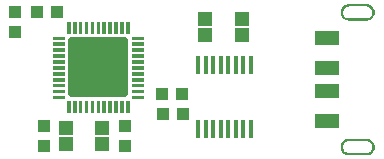
<source format=gbr>
G04 EAGLE Gerber RS-274X export*
G75*
%MOMM*%
%FSLAX34Y34*%
%LPD*%
%INSolderpaste Top*%
%IPPOS*%
%AMOC8*
5,1,8,0,0,1.08239X$1,22.5*%
G01*
%ADD10R,1.100000X1.000000*%
%ADD11R,1.000000X1.100000*%
%ADD12C,0.508000*%
%ADD13C,0.075000*%
%ADD14R,1.300000X1.200000*%
%ADD15R,0.350000X1.550000*%
%ADD16R,2.000000X1.200000*%

G36*
X1264100Y459995D02*
X1264100Y459995D01*
X1264101Y459995D01*
X1265466Y460130D01*
X1265467Y460130D01*
X1266780Y460528D01*
X1266781Y460529D01*
X1266781Y460528D01*
X1267991Y461175D01*
X1267992Y461176D01*
X1269053Y462046D01*
X1269053Y462047D01*
X1269054Y462047D01*
X1269924Y463108D01*
X1269924Y463109D01*
X1269925Y463109D01*
X1270572Y464319D01*
X1270571Y464320D01*
X1270572Y464320D01*
X1270970Y465633D01*
X1270970Y465634D01*
X1271105Y467000D01*
X1271105Y467001D01*
X1270970Y468366D01*
X1270970Y468367D01*
X1270572Y469680D01*
X1270571Y469681D01*
X1270572Y469681D01*
X1269925Y470891D01*
X1269924Y470892D01*
X1269054Y471953D01*
X1269053Y471953D01*
X1269053Y471954D01*
X1267992Y472824D01*
X1267991Y472824D01*
X1267991Y472825D01*
X1266781Y473472D01*
X1266780Y473471D01*
X1266780Y473472D01*
X1265467Y473870D01*
X1265466Y473870D01*
X1264101Y474005D01*
X1264100Y474005D01*
X1249100Y474005D01*
X1247734Y473870D01*
X1247733Y473870D01*
X1246420Y473472D01*
X1246419Y473471D01*
X1246419Y473472D01*
X1245209Y472825D01*
X1245208Y472824D01*
X1244147Y471954D01*
X1244147Y471953D01*
X1244146Y471953D01*
X1243276Y470892D01*
X1243276Y470891D01*
X1243275Y470891D01*
X1242628Y469681D01*
X1242629Y469680D01*
X1242628Y469680D01*
X1242230Y468367D01*
X1242230Y468366D01*
X1242095Y467001D01*
X1242095Y467000D01*
X1242230Y465634D01*
X1242230Y465633D01*
X1242628Y464320D01*
X1242629Y464319D01*
X1242628Y464319D01*
X1243275Y463109D01*
X1243276Y463108D01*
X1244146Y462047D01*
X1244147Y462047D01*
X1244147Y462046D01*
X1245208Y461176D01*
X1245209Y461176D01*
X1245209Y461175D01*
X1246419Y460528D01*
X1246420Y460529D01*
X1246420Y460528D01*
X1247733Y460130D01*
X1247734Y460130D01*
X1249100Y459995D01*
X1264100Y459995D01*
X1264100Y459995D01*
G37*
G36*
X1264100Y345995D02*
X1264100Y345995D01*
X1264101Y345995D01*
X1265466Y346130D01*
X1265467Y346130D01*
X1266780Y346528D01*
X1266781Y346529D01*
X1266781Y346528D01*
X1267991Y347175D01*
X1267992Y347176D01*
X1269053Y348046D01*
X1269053Y348047D01*
X1269054Y348047D01*
X1269924Y349108D01*
X1269924Y349109D01*
X1269925Y349109D01*
X1270572Y350319D01*
X1270571Y350320D01*
X1270572Y350320D01*
X1270970Y351633D01*
X1270970Y351634D01*
X1271105Y353000D01*
X1271105Y353001D01*
X1270970Y354366D01*
X1270970Y354367D01*
X1270572Y355680D01*
X1270571Y355681D01*
X1270572Y355681D01*
X1269925Y356891D01*
X1269924Y356892D01*
X1269054Y357953D01*
X1269053Y357953D01*
X1269053Y357954D01*
X1267992Y358824D01*
X1267991Y358824D01*
X1267991Y358825D01*
X1266781Y359472D01*
X1266780Y359471D01*
X1266780Y359472D01*
X1265467Y359870D01*
X1265466Y359870D01*
X1264101Y360005D01*
X1264100Y360005D01*
X1249100Y360005D01*
X1247734Y359870D01*
X1247733Y359870D01*
X1246420Y359472D01*
X1246419Y359471D01*
X1246419Y359472D01*
X1245209Y358825D01*
X1245208Y358824D01*
X1244147Y357954D01*
X1244147Y357953D01*
X1244146Y357953D01*
X1243276Y356892D01*
X1243276Y356891D01*
X1243275Y356891D01*
X1242628Y355681D01*
X1242629Y355680D01*
X1242628Y355680D01*
X1242230Y354367D01*
X1242230Y354366D01*
X1242095Y353001D01*
X1242095Y353000D01*
X1242230Y351634D01*
X1242230Y351633D01*
X1242628Y350320D01*
X1242629Y350319D01*
X1242628Y350319D01*
X1243275Y349109D01*
X1243276Y349108D01*
X1244146Y348047D01*
X1244147Y348047D01*
X1244147Y348046D01*
X1245208Y347176D01*
X1245209Y347176D01*
X1245209Y347175D01*
X1246419Y346528D01*
X1246420Y346529D01*
X1246420Y346528D01*
X1247733Y346130D01*
X1247734Y346130D01*
X1249100Y345995D01*
X1264100Y345995D01*
X1264100Y345995D01*
G37*
%LPC*%
G36*
X1249100Y462005D02*
X1249100Y462005D01*
X1247989Y462130D01*
X1246933Y462500D01*
X1245986Y463095D01*
X1245195Y463886D01*
X1244600Y464833D01*
X1244230Y465889D01*
X1244105Y467000D01*
X1244106Y467009D01*
X1244107Y467014D01*
X1244107Y467019D01*
X1244108Y467024D01*
X1244108Y467029D01*
X1244109Y467034D01*
X1244109Y467039D01*
X1244110Y467044D01*
X1244111Y467049D01*
X1244113Y467074D01*
X1244114Y467079D01*
X1244114Y467084D01*
X1244115Y467089D01*
X1244116Y467094D01*
X1244116Y467099D01*
X1244117Y467104D01*
X1244117Y467109D01*
X1244120Y467133D01*
X1244120Y467134D01*
X1244121Y467138D01*
X1244121Y467139D01*
X1244121Y467143D01*
X1244122Y467148D01*
X1244122Y467153D01*
X1244123Y467158D01*
X1244123Y467163D01*
X1244124Y467168D01*
X1244127Y467193D01*
X1244127Y467198D01*
X1244128Y467203D01*
X1244128Y467208D01*
X1244129Y467213D01*
X1244130Y467218D01*
X1244130Y467223D01*
X1244131Y467228D01*
X1244133Y467253D01*
X1244134Y467253D01*
X1244134Y467258D01*
X1244135Y467263D01*
X1244135Y467268D01*
X1244136Y467273D01*
X1244136Y467278D01*
X1244137Y467283D01*
X1244137Y467288D01*
X1244138Y467292D01*
X1244138Y467293D01*
X1244140Y467312D01*
X1244141Y467317D01*
X1244141Y467322D01*
X1244142Y467327D01*
X1244142Y467332D01*
X1244143Y467337D01*
X1244144Y467342D01*
X1244144Y467347D01*
X1244145Y467352D01*
X1244147Y467372D01*
X1244147Y467377D01*
X1244148Y467377D01*
X1244147Y467377D01*
X1244148Y467382D01*
X1244149Y467387D01*
X1244149Y467392D01*
X1244150Y467397D01*
X1244150Y467402D01*
X1244151Y467407D01*
X1244151Y467412D01*
X1244154Y467432D01*
X1244154Y467437D01*
X1244155Y467442D01*
X1244155Y467447D01*
X1244156Y467451D01*
X1244156Y467452D01*
X1244156Y467456D01*
X1244156Y467457D01*
X1244157Y467461D01*
X1244158Y467466D01*
X1244158Y467471D01*
X1244160Y467491D01*
X1244161Y467496D01*
X1244161Y467501D01*
X1244162Y467501D01*
X1244161Y467501D01*
X1244162Y467506D01*
X1244163Y467511D01*
X1244163Y467516D01*
X1244164Y467521D01*
X1244164Y467526D01*
X1244165Y467531D01*
X1244167Y467551D01*
X1244168Y467556D01*
X1244168Y467561D01*
X1244169Y467566D01*
X1244169Y467571D01*
X1244170Y467576D01*
X1244170Y467581D01*
X1244171Y467586D01*
X1244172Y467591D01*
X1244174Y467610D01*
X1244174Y467611D01*
X1244174Y467615D01*
X1244174Y467616D01*
X1244175Y467620D01*
X1244175Y467625D01*
X1244176Y467625D01*
X1244175Y467625D01*
X1244176Y467630D01*
X1244177Y467635D01*
X1244177Y467640D01*
X1244178Y467645D01*
X1244178Y467650D01*
X1244181Y467670D01*
X1244181Y467675D01*
X1244182Y467680D01*
X1244182Y467685D01*
X1244183Y467690D01*
X1244183Y467695D01*
X1244184Y467700D01*
X1244184Y467705D01*
X1244185Y467710D01*
X1244187Y467730D01*
X1244188Y467735D01*
X1244188Y467740D01*
X1244189Y467745D01*
X1244189Y467750D01*
X1244190Y467750D01*
X1244189Y467750D01*
X1244190Y467755D01*
X1244191Y467760D01*
X1244191Y467765D01*
X1244192Y467769D01*
X1244192Y467770D01*
X1244195Y467794D01*
X1244195Y467799D01*
X1244196Y467804D01*
X1244196Y467809D01*
X1244197Y467814D01*
X1244197Y467819D01*
X1244198Y467824D01*
X1244198Y467829D01*
X1244201Y467854D01*
X1244202Y467859D01*
X1244202Y467864D01*
X1244203Y467869D01*
X1244203Y467874D01*
X1244204Y467874D01*
X1244203Y467874D01*
X1244204Y467879D01*
X1244205Y467884D01*
X1244205Y467889D01*
X1244208Y467914D01*
X1244209Y467919D01*
X1244209Y467924D01*
X1244210Y467928D01*
X1244210Y467929D01*
X1244210Y467933D01*
X1244210Y467934D01*
X1244211Y467938D01*
X1244211Y467943D01*
X1244212Y467948D01*
X1244212Y467953D01*
X1244215Y467973D01*
X1244215Y467978D01*
X1244216Y467983D01*
X1244216Y467988D01*
X1244217Y467993D01*
X1244217Y467998D01*
X1244218Y467998D01*
X1244217Y467998D01*
X1244218Y468003D01*
X1244219Y468008D01*
X1244219Y468013D01*
X1244221Y468033D01*
X1244222Y468038D01*
X1244223Y468043D01*
X1244223Y468048D01*
X1244224Y468053D01*
X1244224Y468058D01*
X1244225Y468063D01*
X1244225Y468068D01*
X1244226Y468073D01*
X1244228Y468092D01*
X1244228Y468093D01*
X1244229Y468097D01*
X1244229Y468102D01*
X1244230Y468107D01*
X1244230Y468111D01*
X1244600Y469167D01*
X1245195Y470114D01*
X1245986Y470905D01*
X1246933Y471500D01*
X1247989Y471870D01*
X1249100Y471995D01*
X1264100Y471995D01*
X1265211Y471870D01*
X1266267Y471500D01*
X1267214Y470905D01*
X1268005Y470114D01*
X1268600Y469167D01*
X1268970Y468111D01*
X1269095Y467000D01*
X1269095Y466997D01*
X1269094Y466992D01*
X1269094Y466987D01*
X1269093Y466987D01*
X1269094Y466987D01*
X1269093Y466982D01*
X1269092Y466977D01*
X1269092Y466972D01*
X1269091Y466967D01*
X1269089Y466947D01*
X1269088Y466942D01*
X1269088Y466937D01*
X1269087Y466932D01*
X1269087Y466927D01*
X1269086Y466922D01*
X1269086Y466917D01*
X1269085Y466912D01*
X1269085Y466907D01*
X1269082Y466887D01*
X1269082Y466882D01*
X1269081Y466877D01*
X1269081Y466872D01*
X1269080Y466867D01*
X1269080Y466862D01*
X1269079Y466862D01*
X1269080Y466862D01*
X1269079Y466858D01*
X1269079Y466857D01*
X1269078Y466853D01*
X1269078Y466852D01*
X1269078Y466848D01*
X1269076Y466828D01*
X1269075Y466823D01*
X1269074Y466818D01*
X1269074Y466813D01*
X1269073Y466808D01*
X1269073Y466803D01*
X1269072Y466798D01*
X1269072Y466793D01*
X1269071Y466788D01*
X1269068Y466763D01*
X1269068Y466758D01*
X1269067Y466753D01*
X1269067Y466748D01*
X1269066Y466743D01*
X1269066Y466738D01*
X1269065Y466738D01*
X1269066Y466738D01*
X1269065Y466733D01*
X1269064Y466728D01*
X1269062Y466703D01*
X1269061Y466699D01*
X1269061Y466698D01*
X1269060Y466694D01*
X1269060Y466693D01*
X1269060Y466689D01*
X1269059Y466684D01*
X1269059Y466679D01*
X1269058Y466674D01*
X1269058Y466669D01*
X1269055Y466644D01*
X1269054Y466639D01*
X1269054Y466634D01*
X1269053Y466629D01*
X1269053Y466624D01*
X1269052Y466619D01*
X1269052Y466614D01*
X1269051Y466614D01*
X1269052Y466614D01*
X1269051Y466609D01*
X1269048Y466584D01*
X1269048Y466579D01*
X1269047Y466574D01*
X1269046Y466569D01*
X1269046Y466564D01*
X1269045Y466559D01*
X1269045Y466554D01*
X1269044Y466549D01*
X1269044Y466544D01*
X1269041Y466525D01*
X1269041Y466520D01*
X1269040Y466515D01*
X1269040Y466510D01*
X1269039Y466505D01*
X1269039Y466500D01*
X1269038Y466495D01*
X1269038Y466490D01*
X1269037Y466490D01*
X1269038Y466490D01*
X1269037Y466485D01*
X1269035Y466465D01*
X1269034Y466460D01*
X1269034Y466455D01*
X1269033Y466450D01*
X1269032Y466445D01*
X1269032Y466440D01*
X1269031Y466435D01*
X1269031Y466430D01*
X1269030Y466425D01*
X1269028Y466405D01*
X1269027Y466400D01*
X1269027Y466395D01*
X1269026Y466390D01*
X1269026Y466385D01*
X1269025Y466381D01*
X1269025Y466380D01*
X1269025Y466376D01*
X1269025Y466375D01*
X1269024Y466371D01*
X1269024Y466366D01*
X1269023Y466366D01*
X1269024Y466366D01*
X1269021Y466346D01*
X1269021Y466341D01*
X1269020Y466336D01*
X1269020Y466331D01*
X1269019Y466326D01*
X1269018Y466321D01*
X1269018Y466316D01*
X1269017Y466311D01*
X1269017Y466306D01*
X1269015Y466286D01*
X1269014Y466281D01*
X1269013Y466276D01*
X1269013Y466271D01*
X1269012Y466266D01*
X1269012Y466261D01*
X1269011Y466256D01*
X1269011Y466251D01*
X1269010Y466246D01*
X1269008Y466226D01*
X1269007Y466222D01*
X1269007Y466221D01*
X1269007Y466217D01*
X1269007Y466216D01*
X1269006Y466212D01*
X1269006Y466207D01*
X1269005Y466202D01*
X1269004Y466197D01*
X1269004Y466192D01*
X1269003Y466187D01*
X1269001Y466167D01*
X1269001Y466162D01*
X1269000Y466157D01*
X1268999Y466152D01*
X1268999Y466147D01*
X1268998Y466142D01*
X1268998Y466137D01*
X1268997Y466132D01*
X1268997Y466127D01*
X1268994Y466107D01*
X1268994Y466102D01*
X1268993Y466097D01*
X1268993Y466092D01*
X1268992Y466087D01*
X1268992Y466082D01*
X1268991Y466077D01*
X1268990Y466072D01*
X1268990Y466067D01*
X1268987Y466043D01*
X1268987Y466038D01*
X1268986Y466033D01*
X1268985Y466028D01*
X1268985Y466023D01*
X1268984Y466018D01*
X1268984Y466013D01*
X1268983Y466008D01*
X1268980Y465983D01*
X1268980Y465978D01*
X1268979Y465973D01*
X1268979Y465968D01*
X1268978Y465963D01*
X1268978Y465958D01*
X1268977Y465953D01*
X1268976Y465948D01*
X1268974Y465923D01*
X1268973Y465918D01*
X1268973Y465913D01*
X1268972Y465908D01*
X1268971Y465904D01*
X1268971Y465903D01*
X1268971Y465899D01*
X1268971Y465898D01*
X1268970Y465894D01*
X1268970Y465889D01*
X1268600Y464833D01*
X1268005Y463886D01*
X1267214Y463095D01*
X1266267Y462500D01*
X1265211Y462130D01*
X1264100Y462005D01*
X1249100Y462005D01*
G37*
%LPD*%
%LPC*%
G36*
X1249100Y348005D02*
X1249100Y348005D01*
X1247989Y348130D01*
X1246933Y348500D01*
X1245986Y349095D01*
X1245195Y349886D01*
X1244600Y350833D01*
X1244230Y351889D01*
X1244105Y353000D01*
X1244106Y353009D01*
X1244107Y353014D01*
X1244107Y353019D01*
X1244108Y353024D01*
X1244108Y353029D01*
X1244109Y353034D01*
X1244109Y353039D01*
X1244110Y353044D01*
X1244111Y353049D01*
X1244113Y353074D01*
X1244114Y353079D01*
X1244114Y353084D01*
X1244115Y353089D01*
X1244116Y353094D01*
X1244116Y353099D01*
X1244117Y353104D01*
X1244117Y353109D01*
X1244120Y353133D01*
X1244120Y353134D01*
X1244121Y353138D01*
X1244121Y353139D01*
X1244121Y353143D01*
X1244122Y353148D01*
X1244122Y353153D01*
X1244123Y353158D01*
X1244123Y353163D01*
X1244124Y353168D01*
X1244127Y353193D01*
X1244127Y353198D01*
X1244128Y353203D01*
X1244128Y353208D01*
X1244129Y353213D01*
X1244130Y353218D01*
X1244130Y353223D01*
X1244131Y353228D01*
X1244133Y353253D01*
X1244134Y353253D01*
X1244134Y353258D01*
X1244135Y353263D01*
X1244135Y353268D01*
X1244136Y353273D01*
X1244136Y353278D01*
X1244137Y353283D01*
X1244137Y353288D01*
X1244138Y353292D01*
X1244138Y353293D01*
X1244140Y353312D01*
X1244141Y353317D01*
X1244141Y353322D01*
X1244142Y353327D01*
X1244142Y353332D01*
X1244143Y353337D01*
X1244144Y353342D01*
X1244144Y353347D01*
X1244145Y353352D01*
X1244147Y353372D01*
X1244147Y353377D01*
X1244148Y353377D01*
X1244147Y353377D01*
X1244148Y353382D01*
X1244149Y353387D01*
X1244149Y353392D01*
X1244150Y353397D01*
X1244150Y353402D01*
X1244151Y353407D01*
X1244151Y353412D01*
X1244154Y353432D01*
X1244154Y353437D01*
X1244155Y353442D01*
X1244155Y353447D01*
X1244156Y353451D01*
X1244156Y353452D01*
X1244156Y353456D01*
X1244156Y353457D01*
X1244157Y353461D01*
X1244158Y353466D01*
X1244158Y353471D01*
X1244160Y353491D01*
X1244161Y353496D01*
X1244161Y353501D01*
X1244162Y353501D01*
X1244161Y353501D01*
X1244162Y353506D01*
X1244163Y353511D01*
X1244163Y353516D01*
X1244164Y353521D01*
X1244164Y353526D01*
X1244165Y353531D01*
X1244167Y353551D01*
X1244168Y353556D01*
X1244168Y353561D01*
X1244169Y353566D01*
X1244169Y353571D01*
X1244170Y353576D01*
X1244170Y353581D01*
X1244171Y353586D01*
X1244172Y353591D01*
X1244174Y353610D01*
X1244174Y353611D01*
X1244174Y353615D01*
X1244174Y353616D01*
X1244175Y353620D01*
X1244175Y353625D01*
X1244176Y353625D01*
X1244175Y353625D01*
X1244176Y353630D01*
X1244177Y353635D01*
X1244177Y353640D01*
X1244178Y353645D01*
X1244178Y353650D01*
X1244181Y353670D01*
X1244181Y353675D01*
X1244182Y353680D01*
X1244182Y353685D01*
X1244183Y353690D01*
X1244183Y353695D01*
X1244184Y353700D01*
X1244184Y353705D01*
X1244185Y353710D01*
X1244187Y353730D01*
X1244188Y353735D01*
X1244188Y353740D01*
X1244189Y353745D01*
X1244189Y353750D01*
X1244190Y353750D01*
X1244189Y353750D01*
X1244190Y353755D01*
X1244191Y353760D01*
X1244191Y353765D01*
X1244192Y353769D01*
X1244192Y353770D01*
X1244195Y353794D01*
X1244195Y353799D01*
X1244196Y353804D01*
X1244196Y353809D01*
X1244197Y353814D01*
X1244197Y353819D01*
X1244198Y353824D01*
X1244198Y353829D01*
X1244201Y353854D01*
X1244202Y353859D01*
X1244202Y353864D01*
X1244203Y353869D01*
X1244203Y353874D01*
X1244204Y353874D01*
X1244203Y353874D01*
X1244204Y353879D01*
X1244205Y353884D01*
X1244205Y353889D01*
X1244208Y353914D01*
X1244209Y353919D01*
X1244209Y353924D01*
X1244210Y353928D01*
X1244210Y353929D01*
X1244210Y353933D01*
X1244210Y353934D01*
X1244211Y353938D01*
X1244211Y353943D01*
X1244212Y353948D01*
X1244212Y353953D01*
X1244215Y353973D01*
X1244215Y353978D01*
X1244216Y353983D01*
X1244216Y353988D01*
X1244217Y353993D01*
X1244217Y353998D01*
X1244218Y353998D01*
X1244217Y353998D01*
X1244218Y354003D01*
X1244219Y354008D01*
X1244219Y354013D01*
X1244221Y354033D01*
X1244222Y354038D01*
X1244223Y354043D01*
X1244223Y354048D01*
X1244224Y354053D01*
X1244224Y354058D01*
X1244225Y354063D01*
X1244225Y354068D01*
X1244226Y354073D01*
X1244228Y354092D01*
X1244228Y354093D01*
X1244229Y354097D01*
X1244229Y354102D01*
X1244230Y354107D01*
X1244230Y354111D01*
X1244600Y355167D01*
X1245195Y356114D01*
X1245986Y356905D01*
X1246933Y357500D01*
X1247989Y357870D01*
X1249100Y357995D01*
X1264100Y357995D01*
X1265211Y357870D01*
X1266267Y357500D01*
X1267214Y356905D01*
X1268005Y356114D01*
X1268600Y355167D01*
X1268970Y354111D01*
X1269095Y353000D01*
X1269095Y352997D01*
X1269094Y352992D01*
X1269094Y352987D01*
X1269093Y352987D01*
X1269094Y352987D01*
X1269093Y352982D01*
X1269092Y352977D01*
X1269092Y352972D01*
X1269091Y352967D01*
X1269089Y352947D01*
X1269088Y352942D01*
X1269088Y352937D01*
X1269087Y352932D01*
X1269087Y352927D01*
X1269086Y352922D01*
X1269086Y352917D01*
X1269085Y352912D01*
X1269085Y352907D01*
X1269082Y352887D01*
X1269082Y352882D01*
X1269081Y352877D01*
X1269081Y352872D01*
X1269080Y352867D01*
X1269080Y352862D01*
X1269079Y352862D01*
X1269080Y352862D01*
X1269079Y352858D01*
X1269079Y352857D01*
X1269078Y352853D01*
X1269078Y352852D01*
X1269078Y352848D01*
X1269076Y352828D01*
X1269075Y352823D01*
X1269074Y352818D01*
X1269074Y352813D01*
X1269073Y352808D01*
X1269073Y352803D01*
X1269072Y352798D01*
X1269072Y352793D01*
X1269071Y352788D01*
X1269068Y352763D01*
X1269068Y352758D01*
X1269067Y352753D01*
X1269067Y352748D01*
X1269066Y352743D01*
X1269066Y352738D01*
X1269065Y352738D01*
X1269066Y352738D01*
X1269065Y352733D01*
X1269064Y352728D01*
X1269062Y352703D01*
X1269061Y352699D01*
X1269061Y352698D01*
X1269060Y352694D01*
X1269060Y352693D01*
X1269060Y352689D01*
X1269059Y352684D01*
X1269059Y352679D01*
X1269058Y352674D01*
X1269058Y352669D01*
X1269055Y352644D01*
X1269054Y352639D01*
X1269054Y352634D01*
X1269053Y352629D01*
X1269053Y352624D01*
X1269052Y352619D01*
X1269052Y352614D01*
X1269051Y352614D01*
X1269052Y352614D01*
X1269051Y352609D01*
X1269048Y352584D01*
X1269048Y352579D01*
X1269047Y352574D01*
X1269046Y352569D01*
X1269046Y352564D01*
X1269045Y352559D01*
X1269045Y352554D01*
X1269044Y352549D01*
X1269044Y352544D01*
X1269041Y352525D01*
X1269041Y352520D01*
X1269040Y352515D01*
X1269040Y352510D01*
X1269039Y352505D01*
X1269039Y352500D01*
X1269038Y352495D01*
X1269038Y352490D01*
X1269037Y352490D01*
X1269038Y352490D01*
X1269037Y352485D01*
X1269035Y352465D01*
X1269034Y352460D01*
X1269034Y352455D01*
X1269033Y352450D01*
X1269032Y352445D01*
X1269032Y352440D01*
X1269031Y352435D01*
X1269031Y352430D01*
X1269030Y352425D01*
X1269028Y352405D01*
X1269027Y352400D01*
X1269027Y352395D01*
X1269026Y352390D01*
X1269026Y352385D01*
X1269025Y352381D01*
X1269025Y352380D01*
X1269025Y352376D01*
X1269025Y352375D01*
X1269024Y352371D01*
X1269024Y352366D01*
X1269023Y352366D01*
X1269024Y352366D01*
X1269021Y352346D01*
X1269021Y352341D01*
X1269020Y352336D01*
X1269020Y352331D01*
X1269019Y352326D01*
X1269018Y352321D01*
X1269018Y352316D01*
X1269017Y352311D01*
X1269017Y352306D01*
X1269015Y352286D01*
X1269014Y352281D01*
X1269013Y352276D01*
X1269013Y352271D01*
X1269012Y352266D01*
X1269012Y352261D01*
X1269011Y352256D01*
X1269011Y352251D01*
X1269010Y352246D01*
X1269008Y352226D01*
X1269007Y352222D01*
X1269007Y352221D01*
X1269007Y352217D01*
X1269007Y352216D01*
X1269006Y352212D01*
X1269006Y352207D01*
X1269005Y352202D01*
X1269004Y352197D01*
X1269004Y352192D01*
X1269003Y352187D01*
X1269001Y352167D01*
X1269001Y352162D01*
X1269000Y352157D01*
X1268999Y352152D01*
X1268999Y352147D01*
X1268998Y352142D01*
X1268998Y352137D01*
X1268997Y352132D01*
X1268997Y352127D01*
X1268994Y352107D01*
X1268994Y352102D01*
X1268993Y352097D01*
X1268993Y352092D01*
X1268992Y352087D01*
X1268992Y352082D01*
X1268991Y352077D01*
X1268990Y352072D01*
X1268990Y352067D01*
X1268987Y352043D01*
X1268987Y352038D01*
X1268986Y352033D01*
X1268985Y352028D01*
X1268985Y352023D01*
X1268984Y352018D01*
X1268984Y352013D01*
X1268983Y352008D01*
X1268980Y351983D01*
X1268980Y351978D01*
X1268979Y351973D01*
X1268979Y351968D01*
X1268978Y351963D01*
X1268978Y351958D01*
X1268977Y351953D01*
X1268976Y351948D01*
X1268974Y351923D01*
X1268973Y351918D01*
X1268973Y351913D01*
X1268972Y351908D01*
X1268971Y351904D01*
X1268971Y351903D01*
X1268971Y351899D01*
X1268971Y351898D01*
X1268970Y351894D01*
X1268970Y351889D01*
X1268600Y350833D01*
X1268005Y349886D01*
X1267214Y349095D01*
X1266267Y348500D01*
X1265211Y348130D01*
X1264100Y348005D01*
X1249100Y348005D01*
G37*
%LPD*%
D10*
X984640Y467360D03*
X1001640Y467360D03*
D11*
X966470Y466970D03*
X966470Y449970D03*
D12*
X1013714Y397510D02*
X1059434Y397510D01*
X1013714Y397510D02*
X1013714Y443230D01*
X1059434Y443230D01*
X1059434Y397510D01*
X1059434Y402336D02*
X1013714Y402336D01*
X1013714Y407162D02*
X1059434Y407162D01*
X1059434Y411988D02*
X1013714Y411988D01*
X1013714Y416814D02*
X1059434Y416814D01*
X1059434Y421640D02*
X1013714Y421640D01*
X1013714Y426466D02*
X1059434Y426466D01*
X1059434Y431292D02*
X1013714Y431292D01*
X1013714Y436118D02*
X1059434Y436118D01*
X1059434Y440944D02*
X1013714Y440944D01*
D13*
X1007699Y446495D02*
X998449Y446495D01*
X1007699Y446495D02*
X1007699Y444245D01*
X998449Y444245D01*
X998449Y446495D01*
X998449Y444957D02*
X1007699Y444957D01*
X1007699Y445669D02*
X998449Y445669D01*
X998449Y446381D02*
X1007699Y446381D01*
X1007699Y441495D02*
X998449Y441495D01*
X1007699Y441495D02*
X1007699Y439245D01*
X998449Y439245D01*
X998449Y441495D01*
X998449Y439957D02*
X1007699Y439957D01*
X1007699Y440669D02*
X998449Y440669D01*
X998449Y441381D02*
X1007699Y441381D01*
X1007699Y436495D02*
X998449Y436495D01*
X1007699Y436495D02*
X1007699Y434245D01*
X998449Y434245D01*
X998449Y436495D01*
X998449Y434957D02*
X1007699Y434957D01*
X1007699Y435669D02*
X998449Y435669D01*
X998449Y436381D02*
X1007699Y436381D01*
X1007699Y431495D02*
X998449Y431495D01*
X1007699Y431495D02*
X1007699Y429245D01*
X998449Y429245D01*
X998449Y431495D01*
X998449Y429957D02*
X1007699Y429957D01*
X1007699Y430669D02*
X998449Y430669D01*
X998449Y431381D02*
X1007699Y431381D01*
X1007699Y426495D02*
X998449Y426495D01*
X1007699Y426495D02*
X1007699Y424245D01*
X998449Y424245D01*
X998449Y426495D01*
X998449Y424957D02*
X1007699Y424957D01*
X1007699Y425669D02*
X998449Y425669D01*
X998449Y426381D02*
X1007699Y426381D01*
X1007699Y421495D02*
X998449Y421495D01*
X1007699Y421495D02*
X1007699Y419245D01*
X998449Y419245D01*
X998449Y421495D01*
X998449Y419957D02*
X1007699Y419957D01*
X1007699Y420669D02*
X998449Y420669D01*
X998449Y421381D02*
X1007699Y421381D01*
X1007699Y416495D02*
X998449Y416495D01*
X1007699Y416495D02*
X1007699Y414245D01*
X998449Y414245D01*
X998449Y416495D01*
X998449Y414957D02*
X1007699Y414957D01*
X1007699Y415669D02*
X998449Y415669D01*
X998449Y416381D02*
X1007699Y416381D01*
X1007699Y411495D02*
X998449Y411495D01*
X1007699Y411495D02*
X1007699Y409245D01*
X998449Y409245D01*
X998449Y411495D01*
X998449Y409957D02*
X1007699Y409957D01*
X1007699Y410669D02*
X998449Y410669D01*
X998449Y411381D02*
X1007699Y411381D01*
X1007699Y406495D02*
X998449Y406495D01*
X1007699Y406495D02*
X1007699Y404245D01*
X998449Y404245D01*
X998449Y406495D01*
X998449Y404957D02*
X1007699Y404957D01*
X1007699Y405669D02*
X998449Y405669D01*
X998449Y406381D02*
X1007699Y406381D01*
X1007699Y401495D02*
X998449Y401495D01*
X1007699Y401495D02*
X1007699Y399245D01*
X998449Y399245D01*
X998449Y401495D01*
X998449Y399957D02*
X1007699Y399957D01*
X1007699Y400669D02*
X998449Y400669D01*
X998449Y401381D02*
X1007699Y401381D01*
X1007699Y396495D02*
X998449Y396495D01*
X1007699Y396495D02*
X1007699Y394245D01*
X998449Y394245D01*
X998449Y396495D01*
X998449Y394957D02*
X1007699Y394957D01*
X1007699Y395669D02*
X998449Y395669D01*
X998449Y396381D02*
X1007699Y396381D01*
X1010449Y391495D02*
X1010449Y382245D01*
X1010449Y391495D02*
X1012699Y391495D01*
X1012699Y382245D01*
X1010449Y382245D01*
X1010449Y382957D02*
X1012699Y382957D01*
X1012699Y383669D02*
X1010449Y383669D01*
X1010449Y384381D02*
X1012699Y384381D01*
X1012699Y385093D02*
X1010449Y385093D01*
X1010449Y385805D02*
X1012699Y385805D01*
X1012699Y386517D02*
X1010449Y386517D01*
X1010449Y387229D02*
X1012699Y387229D01*
X1012699Y387941D02*
X1010449Y387941D01*
X1010449Y388653D02*
X1012699Y388653D01*
X1012699Y389365D02*
X1010449Y389365D01*
X1010449Y390077D02*
X1012699Y390077D01*
X1012699Y390789D02*
X1010449Y390789D01*
X1015449Y391495D02*
X1015449Y382245D01*
X1015449Y391495D02*
X1017699Y391495D01*
X1017699Y382245D01*
X1015449Y382245D01*
X1015449Y382957D02*
X1017699Y382957D01*
X1017699Y383669D02*
X1015449Y383669D01*
X1015449Y384381D02*
X1017699Y384381D01*
X1017699Y385093D02*
X1015449Y385093D01*
X1015449Y385805D02*
X1017699Y385805D01*
X1017699Y386517D02*
X1015449Y386517D01*
X1015449Y387229D02*
X1017699Y387229D01*
X1017699Y387941D02*
X1015449Y387941D01*
X1015449Y388653D02*
X1017699Y388653D01*
X1017699Y389365D02*
X1015449Y389365D01*
X1015449Y390077D02*
X1017699Y390077D01*
X1017699Y390789D02*
X1015449Y390789D01*
X1020449Y391495D02*
X1020449Y382245D01*
X1020449Y391495D02*
X1022699Y391495D01*
X1022699Y382245D01*
X1020449Y382245D01*
X1020449Y382957D02*
X1022699Y382957D01*
X1022699Y383669D02*
X1020449Y383669D01*
X1020449Y384381D02*
X1022699Y384381D01*
X1022699Y385093D02*
X1020449Y385093D01*
X1020449Y385805D02*
X1022699Y385805D01*
X1022699Y386517D02*
X1020449Y386517D01*
X1020449Y387229D02*
X1022699Y387229D01*
X1022699Y387941D02*
X1020449Y387941D01*
X1020449Y388653D02*
X1022699Y388653D01*
X1022699Y389365D02*
X1020449Y389365D01*
X1020449Y390077D02*
X1022699Y390077D01*
X1022699Y390789D02*
X1020449Y390789D01*
X1025449Y391495D02*
X1025449Y382245D01*
X1025449Y391495D02*
X1027699Y391495D01*
X1027699Y382245D01*
X1025449Y382245D01*
X1025449Y382957D02*
X1027699Y382957D01*
X1027699Y383669D02*
X1025449Y383669D01*
X1025449Y384381D02*
X1027699Y384381D01*
X1027699Y385093D02*
X1025449Y385093D01*
X1025449Y385805D02*
X1027699Y385805D01*
X1027699Y386517D02*
X1025449Y386517D01*
X1025449Y387229D02*
X1027699Y387229D01*
X1027699Y387941D02*
X1025449Y387941D01*
X1025449Y388653D02*
X1027699Y388653D01*
X1027699Y389365D02*
X1025449Y389365D01*
X1025449Y390077D02*
X1027699Y390077D01*
X1027699Y390789D02*
X1025449Y390789D01*
X1030449Y391495D02*
X1030449Y382245D01*
X1030449Y391495D02*
X1032699Y391495D01*
X1032699Y382245D01*
X1030449Y382245D01*
X1030449Y382957D02*
X1032699Y382957D01*
X1032699Y383669D02*
X1030449Y383669D01*
X1030449Y384381D02*
X1032699Y384381D01*
X1032699Y385093D02*
X1030449Y385093D01*
X1030449Y385805D02*
X1032699Y385805D01*
X1032699Y386517D02*
X1030449Y386517D01*
X1030449Y387229D02*
X1032699Y387229D01*
X1032699Y387941D02*
X1030449Y387941D01*
X1030449Y388653D02*
X1032699Y388653D01*
X1032699Y389365D02*
X1030449Y389365D01*
X1030449Y390077D02*
X1032699Y390077D01*
X1032699Y390789D02*
X1030449Y390789D01*
X1035449Y391495D02*
X1035449Y382245D01*
X1035449Y391495D02*
X1037699Y391495D01*
X1037699Y382245D01*
X1035449Y382245D01*
X1035449Y382957D02*
X1037699Y382957D01*
X1037699Y383669D02*
X1035449Y383669D01*
X1035449Y384381D02*
X1037699Y384381D01*
X1037699Y385093D02*
X1035449Y385093D01*
X1035449Y385805D02*
X1037699Y385805D01*
X1037699Y386517D02*
X1035449Y386517D01*
X1035449Y387229D02*
X1037699Y387229D01*
X1037699Y387941D02*
X1035449Y387941D01*
X1035449Y388653D02*
X1037699Y388653D01*
X1037699Y389365D02*
X1035449Y389365D01*
X1035449Y390077D02*
X1037699Y390077D01*
X1037699Y390789D02*
X1035449Y390789D01*
X1040449Y391495D02*
X1040449Y382245D01*
X1040449Y391495D02*
X1042699Y391495D01*
X1042699Y382245D01*
X1040449Y382245D01*
X1040449Y382957D02*
X1042699Y382957D01*
X1042699Y383669D02*
X1040449Y383669D01*
X1040449Y384381D02*
X1042699Y384381D01*
X1042699Y385093D02*
X1040449Y385093D01*
X1040449Y385805D02*
X1042699Y385805D01*
X1042699Y386517D02*
X1040449Y386517D01*
X1040449Y387229D02*
X1042699Y387229D01*
X1042699Y387941D02*
X1040449Y387941D01*
X1040449Y388653D02*
X1042699Y388653D01*
X1042699Y389365D02*
X1040449Y389365D01*
X1040449Y390077D02*
X1042699Y390077D01*
X1042699Y390789D02*
X1040449Y390789D01*
X1045449Y391495D02*
X1045449Y382245D01*
X1045449Y391495D02*
X1047699Y391495D01*
X1047699Y382245D01*
X1045449Y382245D01*
X1045449Y382957D02*
X1047699Y382957D01*
X1047699Y383669D02*
X1045449Y383669D01*
X1045449Y384381D02*
X1047699Y384381D01*
X1047699Y385093D02*
X1045449Y385093D01*
X1045449Y385805D02*
X1047699Y385805D01*
X1047699Y386517D02*
X1045449Y386517D01*
X1045449Y387229D02*
X1047699Y387229D01*
X1047699Y387941D02*
X1045449Y387941D01*
X1045449Y388653D02*
X1047699Y388653D01*
X1047699Y389365D02*
X1045449Y389365D01*
X1045449Y390077D02*
X1047699Y390077D01*
X1047699Y390789D02*
X1045449Y390789D01*
X1050449Y391495D02*
X1050449Y382245D01*
X1050449Y391495D02*
X1052699Y391495D01*
X1052699Y382245D01*
X1050449Y382245D01*
X1050449Y382957D02*
X1052699Y382957D01*
X1052699Y383669D02*
X1050449Y383669D01*
X1050449Y384381D02*
X1052699Y384381D01*
X1052699Y385093D02*
X1050449Y385093D01*
X1050449Y385805D02*
X1052699Y385805D01*
X1052699Y386517D02*
X1050449Y386517D01*
X1050449Y387229D02*
X1052699Y387229D01*
X1052699Y387941D02*
X1050449Y387941D01*
X1050449Y388653D02*
X1052699Y388653D01*
X1052699Y389365D02*
X1050449Y389365D01*
X1050449Y390077D02*
X1052699Y390077D01*
X1052699Y390789D02*
X1050449Y390789D01*
X1055449Y391495D02*
X1055449Y382245D01*
X1055449Y391495D02*
X1057699Y391495D01*
X1057699Y382245D01*
X1055449Y382245D01*
X1055449Y382957D02*
X1057699Y382957D01*
X1057699Y383669D02*
X1055449Y383669D01*
X1055449Y384381D02*
X1057699Y384381D01*
X1057699Y385093D02*
X1055449Y385093D01*
X1055449Y385805D02*
X1057699Y385805D01*
X1057699Y386517D02*
X1055449Y386517D01*
X1055449Y387229D02*
X1057699Y387229D01*
X1057699Y387941D02*
X1055449Y387941D01*
X1055449Y388653D02*
X1057699Y388653D01*
X1057699Y389365D02*
X1055449Y389365D01*
X1055449Y390077D02*
X1057699Y390077D01*
X1057699Y390789D02*
X1055449Y390789D01*
X1060449Y391495D02*
X1060449Y382245D01*
X1060449Y391495D02*
X1062699Y391495D01*
X1062699Y382245D01*
X1060449Y382245D01*
X1060449Y382957D02*
X1062699Y382957D01*
X1062699Y383669D02*
X1060449Y383669D01*
X1060449Y384381D02*
X1062699Y384381D01*
X1062699Y385093D02*
X1060449Y385093D01*
X1060449Y385805D02*
X1062699Y385805D01*
X1062699Y386517D02*
X1060449Y386517D01*
X1060449Y387229D02*
X1062699Y387229D01*
X1062699Y387941D02*
X1060449Y387941D01*
X1060449Y388653D02*
X1062699Y388653D01*
X1062699Y389365D02*
X1060449Y389365D01*
X1060449Y390077D02*
X1062699Y390077D01*
X1062699Y390789D02*
X1060449Y390789D01*
X1065449Y394245D02*
X1074699Y394245D01*
X1065449Y394245D02*
X1065449Y396495D01*
X1074699Y396495D01*
X1074699Y394245D01*
X1074699Y394957D02*
X1065449Y394957D01*
X1065449Y395669D02*
X1074699Y395669D01*
X1074699Y396381D02*
X1065449Y396381D01*
X1065449Y399245D02*
X1074699Y399245D01*
X1065449Y399245D02*
X1065449Y401495D01*
X1074699Y401495D01*
X1074699Y399245D01*
X1074699Y399957D02*
X1065449Y399957D01*
X1065449Y400669D02*
X1074699Y400669D01*
X1074699Y401381D02*
X1065449Y401381D01*
X1065449Y404245D02*
X1074699Y404245D01*
X1065449Y404245D02*
X1065449Y406495D01*
X1074699Y406495D01*
X1074699Y404245D01*
X1074699Y404957D02*
X1065449Y404957D01*
X1065449Y405669D02*
X1074699Y405669D01*
X1074699Y406381D02*
X1065449Y406381D01*
X1065449Y409245D02*
X1074699Y409245D01*
X1065449Y409245D02*
X1065449Y411495D01*
X1074699Y411495D01*
X1074699Y409245D01*
X1074699Y409957D02*
X1065449Y409957D01*
X1065449Y410669D02*
X1074699Y410669D01*
X1074699Y411381D02*
X1065449Y411381D01*
X1065449Y414245D02*
X1074699Y414245D01*
X1065449Y414245D02*
X1065449Y416495D01*
X1074699Y416495D01*
X1074699Y414245D01*
X1074699Y414957D02*
X1065449Y414957D01*
X1065449Y415669D02*
X1074699Y415669D01*
X1074699Y416381D02*
X1065449Y416381D01*
X1065449Y419245D02*
X1074699Y419245D01*
X1065449Y419245D02*
X1065449Y421495D01*
X1074699Y421495D01*
X1074699Y419245D01*
X1074699Y419957D02*
X1065449Y419957D01*
X1065449Y420669D02*
X1074699Y420669D01*
X1074699Y421381D02*
X1065449Y421381D01*
X1065449Y424245D02*
X1074699Y424245D01*
X1065449Y424245D02*
X1065449Y426495D01*
X1074699Y426495D01*
X1074699Y424245D01*
X1074699Y424957D02*
X1065449Y424957D01*
X1065449Y425669D02*
X1074699Y425669D01*
X1074699Y426381D02*
X1065449Y426381D01*
X1065449Y429245D02*
X1074699Y429245D01*
X1065449Y429245D02*
X1065449Y431495D01*
X1074699Y431495D01*
X1074699Y429245D01*
X1074699Y429957D02*
X1065449Y429957D01*
X1065449Y430669D02*
X1074699Y430669D01*
X1074699Y431381D02*
X1065449Y431381D01*
X1065449Y434245D02*
X1074699Y434245D01*
X1065449Y434245D02*
X1065449Y436495D01*
X1074699Y436495D01*
X1074699Y434245D01*
X1074699Y434957D02*
X1065449Y434957D01*
X1065449Y435669D02*
X1074699Y435669D01*
X1074699Y436381D02*
X1065449Y436381D01*
X1065449Y439245D02*
X1074699Y439245D01*
X1065449Y439245D02*
X1065449Y441495D01*
X1074699Y441495D01*
X1074699Y439245D01*
X1074699Y439957D02*
X1065449Y439957D01*
X1065449Y440669D02*
X1074699Y440669D01*
X1074699Y441381D02*
X1065449Y441381D01*
X1065449Y444245D02*
X1074699Y444245D01*
X1065449Y444245D02*
X1065449Y446495D01*
X1074699Y446495D01*
X1074699Y444245D01*
X1074699Y444957D02*
X1065449Y444957D01*
X1065449Y445669D02*
X1074699Y445669D01*
X1074699Y446381D02*
X1065449Y446381D01*
X1062699Y449245D02*
X1062699Y458495D01*
X1062699Y449245D02*
X1060449Y449245D01*
X1060449Y458495D01*
X1062699Y458495D01*
X1062699Y449957D02*
X1060449Y449957D01*
X1060449Y450669D02*
X1062699Y450669D01*
X1062699Y451381D02*
X1060449Y451381D01*
X1060449Y452093D02*
X1062699Y452093D01*
X1062699Y452805D02*
X1060449Y452805D01*
X1060449Y453517D02*
X1062699Y453517D01*
X1062699Y454229D02*
X1060449Y454229D01*
X1060449Y454941D02*
X1062699Y454941D01*
X1062699Y455653D02*
X1060449Y455653D01*
X1060449Y456365D02*
X1062699Y456365D01*
X1062699Y457077D02*
X1060449Y457077D01*
X1060449Y457789D02*
X1062699Y457789D01*
X1057699Y458495D02*
X1057699Y449245D01*
X1055449Y449245D01*
X1055449Y458495D01*
X1057699Y458495D01*
X1057699Y449957D02*
X1055449Y449957D01*
X1055449Y450669D02*
X1057699Y450669D01*
X1057699Y451381D02*
X1055449Y451381D01*
X1055449Y452093D02*
X1057699Y452093D01*
X1057699Y452805D02*
X1055449Y452805D01*
X1055449Y453517D02*
X1057699Y453517D01*
X1057699Y454229D02*
X1055449Y454229D01*
X1055449Y454941D02*
X1057699Y454941D01*
X1057699Y455653D02*
X1055449Y455653D01*
X1055449Y456365D02*
X1057699Y456365D01*
X1057699Y457077D02*
X1055449Y457077D01*
X1055449Y457789D02*
X1057699Y457789D01*
X1052699Y458495D02*
X1052699Y449245D01*
X1050449Y449245D01*
X1050449Y458495D01*
X1052699Y458495D01*
X1052699Y449957D02*
X1050449Y449957D01*
X1050449Y450669D02*
X1052699Y450669D01*
X1052699Y451381D02*
X1050449Y451381D01*
X1050449Y452093D02*
X1052699Y452093D01*
X1052699Y452805D02*
X1050449Y452805D01*
X1050449Y453517D02*
X1052699Y453517D01*
X1052699Y454229D02*
X1050449Y454229D01*
X1050449Y454941D02*
X1052699Y454941D01*
X1052699Y455653D02*
X1050449Y455653D01*
X1050449Y456365D02*
X1052699Y456365D01*
X1052699Y457077D02*
X1050449Y457077D01*
X1050449Y457789D02*
X1052699Y457789D01*
X1047699Y458495D02*
X1047699Y449245D01*
X1045449Y449245D01*
X1045449Y458495D01*
X1047699Y458495D01*
X1047699Y449957D02*
X1045449Y449957D01*
X1045449Y450669D02*
X1047699Y450669D01*
X1047699Y451381D02*
X1045449Y451381D01*
X1045449Y452093D02*
X1047699Y452093D01*
X1047699Y452805D02*
X1045449Y452805D01*
X1045449Y453517D02*
X1047699Y453517D01*
X1047699Y454229D02*
X1045449Y454229D01*
X1045449Y454941D02*
X1047699Y454941D01*
X1047699Y455653D02*
X1045449Y455653D01*
X1045449Y456365D02*
X1047699Y456365D01*
X1047699Y457077D02*
X1045449Y457077D01*
X1045449Y457789D02*
X1047699Y457789D01*
X1042699Y458495D02*
X1042699Y449245D01*
X1040449Y449245D01*
X1040449Y458495D01*
X1042699Y458495D01*
X1042699Y449957D02*
X1040449Y449957D01*
X1040449Y450669D02*
X1042699Y450669D01*
X1042699Y451381D02*
X1040449Y451381D01*
X1040449Y452093D02*
X1042699Y452093D01*
X1042699Y452805D02*
X1040449Y452805D01*
X1040449Y453517D02*
X1042699Y453517D01*
X1042699Y454229D02*
X1040449Y454229D01*
X1040449Y454941D02*
X1042699Y454941D01*
X1042699Y455653D02*
X1040449Y455653D01*
X1040449Y456365D02*
X1042699Y456365D01*
X1042699Y457077D02*
X1040449Y457077D01*
X1040449Y457789D02*
X1042699Y457789D01*
X1037699Y458495D02*
X1037699Y449245D01*
X1035449Y449245D01*
X1035449Y458495D01*
X1037699Y458495D01*
X1037699Y449957D02*
X1035449Y449957D01*
X1035449Y450669D02*
X1037699Y450669D01*
X1037699Y451381D02*
X1035449Y451381D01*
X1035449Y452093D02*
X1037699Y452093D01*
X1037699Y452805D02*
X1035449Y452805D01*
X1035449Y453517D02*
X1037699Y453517D01*
X1037699Y454229D02*
X1035449Y454229D01*
X1035449Y454941D02*
X1037699Y454941D01*
X1037699Y455653D02*
X1035449Y455653D01*
X1035449Y456365D02*
X1037699Y456365D01*
X1037699Y457077D02*
X1035449Y457077D01*
X1035449Y457789D02*
X1037699Y457789D01*
X1032699Y458495D02*
X1032699Y449245D01*
X1030449Y449245D01*
X1030449Y458495D01*
X1032699Y458495D01*
X1032699Y449957D02*
X1030449Y449957D01*
X1030449Y450669D02*
X1032699Y450669D01*
X1032699Y451381D02*
X1030449Y451381D01*
X1030449Y452093D02*
X1032699Y452093D01*
X1032699Y452805D02*
X1030449Y452805D01*
X1030449Y453517D02*
X1032699Y453517D01*
X1032699Y454229D02*
X1030449Y454229D01*
X1030449Y454941D02*
X1032699Y454941D01*
X1032699Y455653D02*
X1030449Y455653D01*
X1030449Y456365D02*
X1032699Y456365D01*
X1032699Y457077D02*
X1030449Y457077D01*
X1030449Y457789D02*
X1032699Y457789D01*
X1027699Y458495D02*
X1027699Y449245D01*
X1025449Y449245D01*
X1025449Y458495D01*
X1027699Y458495D01*
X1027699Y449957D02*
X1025449Y449957D01*
X1025449Y450669D02*
X1027699Y450669D01*
X1027699Y451381D02*
X1025449Y451381D01*
X1025449Y452093D02*
X1027699Y452093D01*
X1027699Y452805D02*
X1025449Y452805D01*
X1025449Y453517D02*
X1027699Y453517D01*
X1027699Y454229D02*
X1025449Y454229D01*
X1025449Y454941D02*
X1027699Y454941D01*
X1027699Y455653D02*
X1025449Y455653D01*
X1025449Y456365D02*
X1027699Y456365D01*
X1027699Y457077D02*
X1025449Y457077D01*
X1025449Y457789D02*
X1027699Y457789D01*
X1022699Y458495D02*
X1022699Y449245D01*
X1020449Y449245D01*
X1020449Y458495D01*
X1022699Y458495D01*
X1022699Y449957D02*
X1020449Y449957D01*
X1020449Y450669D02*
X1022699Y450669D01*
X1022699Y451381D02*
X1020449Y451381D01*
X1020449Y452093D02*
X1022699Y452093D01*
X1022699Y452805D02*
X1020449Y452805D01*
X1020449Y453517D02*
X1022699Y453517D01*
X1022699Y454229D02*
X1020449Y454229D01*
X1020449Y454941D02*
X1022699Y454941D01*
X1022699Y455653D02*
X1020449Y455653D01*
X1020449Y456365D02*
X1022699Y456365D01*
X1022699Y457077D02*
X1020449Y457077D01*
X1020449Y457789D02*
X1022699Y457789D01*
X1017699Y458495D02*
X1017699Y449245D01*
X1015449Y449245D01*
X1015449Y458495D01*
X1017699Y458495D01*
X1017699Y449957D02*
X1015449Y449957D01*
X1015449Y450669D02*
X1017699Y450669D01*
X1017699Y451381D02*
X1015449Y451381D01*
X1015449Y452093D02*
X1017699Y452093D01*
X1017699Y452805D02*
X1015449Y452805D01*
X1015449Y453517D02*
X1017699Y453517D01*
X1017699Y454229D02*
X1015449Y454229D01*
X1015449Y454941D02*
X1017699Y454941D01*
X1017699Y455653D02*
X1015449Y455653D01*
X1015449Y456365D02*
X1017699Y456365D01*
X1017699Y457077D02*
X1015449Y457077D01*
X1015449Y457789D02*
X1017699Y457789D01*
X1012699Y458495D02*
X1012699Y449245D01*
X1010449Y449245D01*
X1010449Y458495D01*
X1012699Y458495D01*
X1012699Y449957D02*
X1010449Y449957D01*
X1010449Y450669D02*
X1012699Y450669D01*
X1012699Y451381D02*
X1010449Y451381D01*
X1010449Y452093D02*
X1012699Y452093D01*
X1012699Y452805D02*
X1010449Y452805D01*
X1010449Y453517D02*
X1012699Y453517D01*
X1012699Y454229D02*
X1010449Y454229D01*
X1010449Y454941D02*
X1012699Y454941D01*
X1012699Y455653D02*
X1010449Y455653D01*
X1010449Y456365D02*
X1012699Y456365D01*
X1012699Y457077D02*
X1010449Y457077D01*
X1010449Y457789D02*
X1012699Y457789D01*
D14*
X1040390Y369204D03*
X1009390Y369204D03*
X1009390Y355204D03*
X1040390Y355204D03*
D11*
X1108066Y397510D03*
X1091066Y397510D03*
X1091320Y381000D03*
X1108320Y381000D03*
D15*
X1134241Y368020D03*
X1140591Y368020D03*
X1146941Y368020D03*
X1153291Y368020D03*
X1153291Y422020D03*
X1146941Y422020D03*
X1140591Y422020D03*
X1134241Y422020D03*
X1121541Y368020D03*
X1127891Y368020D03*
X1165991Y422020D03*
X1159641Y422020D03*
X1159641Y368020D03*
X1165991Y368020D03*
X1127891Y422020D03*
X1121541Y422020D03*
D14*
X1158246Y461660D03*
X1127246Y461660D03*
X1127246Y447660D03*
X1158246Y447660D03*
D16*
X1230600Y400000D03*
X1230600Y420000D03*
X1230600Y375000D03*
X1230600Y445000D03*
D10*
X1059180Y370450D03*
X1059180Y353450D03*
X990600Y353450D03*
X990600Y370450D03*
M02*

</source>
